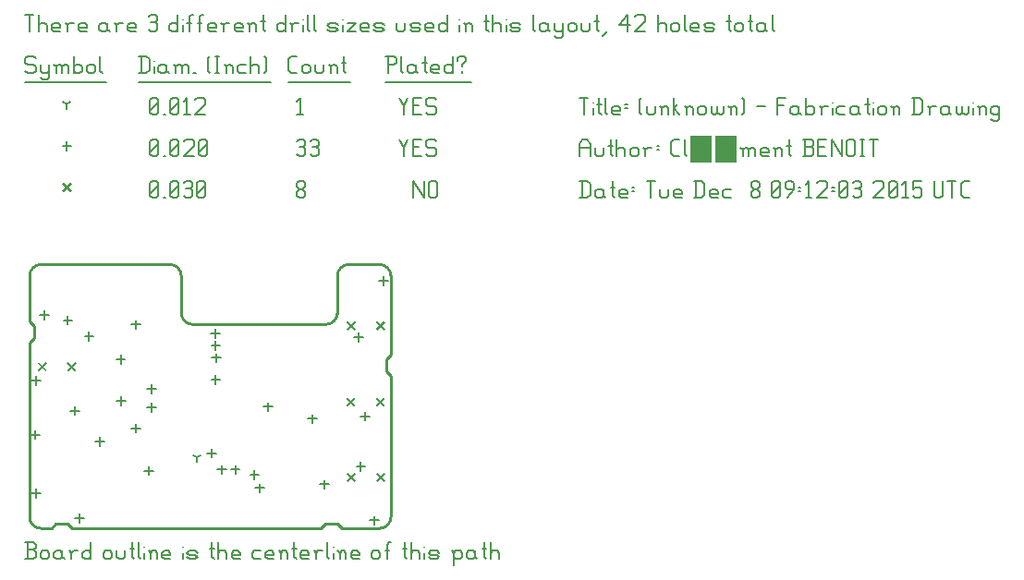
<source format=gbr>
G04 start of page 13 for group -3984 idx -3984 *
G04 Title: (unknown), fab *
G04 Creator: pcb 20140316 *
G04 CreationDate: Tue Dec  8 09:12:03 2015 UTC *
G04 For: clemi *
G04 Format: Gerber/RS-274X *
G04 PCB-Dimensions (mil): 1338.58 984.25 *
G04 PCB-Coordinate-Origin: lower left *
%MOIN*%
%FSLAX25Y25*%
%LNFAB*%
%ADD83C,0.0100*%
%ADD82C,0.0075*%
%ADD81C,0.0060*%
%ADD80C,0.0001*%
G54D80*G36*
X116359Y21766D02*X119325Y18800D01*
X118759Y18234D01*
X115793Y21200D01*
X116359Y21766D01*
G37*
G36*
X115793Y18800D02*X118759Y21766D01*
X119325Y21200D01*
X116359Y18234D01*
X115793Y18800D01*
G37*
G36*
X126989Y21766D02*X129955Y18800D01*
X129389Y18234D01*
X126423Y21200D01*
X126989Y21766D01*
G37*
G36*
X126423Y18800D02*X129389Y21766D01*
X129955Y21200D01*
X126989Y18234D01*
X126423Y18800D01*
G37*
G36*
X116359Y76569D02*X119325Y73603D01*
X118759Y73037D01*
X115793Y76003D01*
X116359Y76569D01*
G37*
G36*
X115793Y73603D02*X118759Y76569D01*
X119325Y76003D01*
X116359Y73037D01*
X115793Y73603D01*
G37*
G36*
X126989Y76569D02*X129955Y73603D01*
X129389Y73037D01*
X126423Y76003D01*
X126989Y76569D01*
G37*
G36*
X126423Y73603D02*X129389Y76569D01*
X129955Y76003D01*
X126989Y73037D01*
X126423Y73603D01*
G37*
G36*
X15611Y61726D02*X18577Y58761D01*
X18011Y58195D01*
X15045Y61161D01*
X15611Y61726D01*
G37*
G36*
X15045Y58761D02*X18011Y61726D01*
X18577Y61161D01*
X15611Y58195D01*
X15045Y58761D01*
G37*
G36*
X4981Y61726D02*X7947Y58761D01*
X7381Y58195D01*
X4415Y61161D01*
X4981Y61726D01*
G37*
G36*
X4415Y58761D02*X7381Y61726D01*
X7947Y61161D01*
X4981Y58195D01*
X4415Y58761D01*
G37*
G36*
X116320Y49010D02*X119285Y46044D01*
X118720Y45478D01*
X115754Y48444D01*
X116320Y49010D01*
G37*
G36*
X115754Y46044D02*X118720Y49010D01*
X119285Y48444D01*
X116320Y45478D01*
X115754Y46044D01*
G37*
G36*
X126950Y49010D02*X129915Y46044D01*
X129350Y45478D01*
X126384Y48444D01*
X126950Y49010D01*
G37*
G36*
X126384Y46044D02*X129350Y49010D01*
X129915Y48444D01*
X126950Y45478D01*
X126384Y46044D01*
G37*
G36*
X13800Y126441D02*X16766Y123475D01*
X16200Y122910D01*
X13234Y125875D01*
X13800Y126441D01*
G37*
G36*
X13234Y123475D02*X16200Y126441D01*
X16766Y125875D01*
X13800Y122910D01*
X13234Y123475D01*
G37*
G54D81*X140000Y126925D02*Y120925D01*
Y126925D02*X143750Y120925D01*
Y126925D02*Y120925D01*
X145550Y126175D02*Y121675D01*
Y126175D02*X146300Y126925D01*
X147800D01*
X148550Y126175D01*
Y121675D01*
X147800Y120925D02*X148550Y121675D01*
X146300Y120925D02*X147800D01*
X145550Y121675D02*X146300Y120925D01*
X98000Y121675D02*X98750Y120925D01*
X98000Y122875D02*Y121675D01*
Y122875D02*X99050Y123925D01*
X99950D01*
X101000Y122875D01*
Y121675D01*
X100250Y120925D02*X101000Y121675D01*
X98750Y120925D02*X100250D01*
X98000Y124975D02*X99050Y123925D01*
X98000Y126175D02*Y124975D01*
Y126175D02*X98750Y126925D01*
X100250D01*
X101000Y126175D01*
Y124975D01*
X99950Y123925D02*X101000Y124975D01*
X45000Y121675D02*X45750Y120925D01*
X45000Y126175D02*Y121675D01*
Y126175D02*X45750Y126925D01*
X47250D01*
X48000Y126175D01*
Y121675D01*
X47250Y120925D02*X48000Y121675D01*
X45750Y120925D02*X47250D01*
X45000Y122425D02*X48000Y125425D01*
X49800Y120925D02*X50550D01*
X52350Y121675D02*X53100Y120925D01*
X52350Y126175D02*Y121675D01*
Y126175D02*X53100Y126925D01*
X54600D01*
X55350Y126175D01*
Y121675D01*
X54600Y120925D02*X55350Y121675D01*
X53100Y120925D02*X54600D01*
X52350Y122425D02*X55350Y125425D01*
X57150Y126175D02*X57900Y126925D01*
X59400D01*
X60150Y126175D01*
X59400Y120925D02*X60150Y121675D01*
X57900Y120925D02*X59400D01*
X57150Y121675D02*X57900Y120925D01*
Y124225D02*X59400D01*
X60150Y126175D02*Y124975D01*
Y123475D02*Y121675D01*
Y123475D02*X59400Y124225D01*
X60150Y124975D02*X59400Y124225D01*
X61950Y121675D02*X62700Y120925D01*
X61950Y126175D02*Y121675D01*
Y126175D02*X62700Y126925D01*
X64200D01*
X64950Y126175D01*
Y121675D01*
X64200Y120925D02*X64950Y121675D01*
X62700Y120925D02*X64200D01*
X61950Y122425D02*X64950Y125425D01*
X84646Y17742D02*Y14542D01*
X83046Y16142D02*X86246D01*
X3543Y37033D02*Y33833D01*
X1943Y35433D02*X5143D01*
X3937Y15970D02*Y12770D01*
X2337Y14370D02*X5537D01*
X3937Y56521D02*Y53321D01*
X2337Y54921D02*X5537D01*
X39961Y76797D02*Y73597D01*
X38361Y75197D02*X41561D01*
X129331Y92545D02*Y89345D01*
X127731Y90945D02*X130931D01*
X87598Y47072D02*Y43872D01*
X85998Y45472D02*X89198D01*
X23031Y72466D02*Y69266D01*
X21431Y70866D02*X24631D01*
X34646Y49238D02*Y46038D01*
X33046Y47638D02*X36246D01*
X68504Y73647D02*Y70447D01*
X66904Y72047D02*X70104D01*
X68701Y69317D02*Y66117D01*
X67101Y67717D02*X70301D01*
X125984Y6128D02*Y2928D01*
X124384Y4528D02*X127584D01*
X17913Y45694D02*Y42494D01*
X16313Y44094D02*X19513D01*
X19488Y6915D02*Y3715D01*
X17888Y5315D02*X21088D01*
X6890Y80143D02*Y76943D01*
X5290Y78543D02*X8490D01*
X39961Y39395D02*Y36195D01*
X38361Y37795D02*X41561D01*
X68701Y56915D02*Y53715D01*
X67101Y55315D02*X70301D01*
X68898Y64789D02*Y61589D01*
X67298Y63189D02*X70498D01*
X67323Y30340D02*Y27140D01*
X65723Y28740D02*X68923D01*
X82677Y22466D02*Y19266D01*
X81077Y20866D02*X84277D01*
X15354Y78372D02*Y75172D01*
X13754Y76772D02*X16954D01*
X120276Y72269D02*Y69069D01*
X118676Y70669D02*X121876D01*
X45472Y53569D02*Y50369D01*
X43872Y51969D02*X47072D01*
X45472Y46876D02*Y43676D01*
X43872Y45276D02*X47072D01*
X34449Y64198D02*Y60998D01*
X32849Y62598D02*X36049D01*
X107874Y19120D02*Y15920D01*
X106274Y17520D02*X109474D01*
X103543Y42742D02*Y39542D01*
X101943Y41142D02*X105143D01*
X44488Y24041D02*Y20841D01*
X42888Y22441D02*X46088D01*
X70866Y24435D02*Y21235D01*
X69266Y22835D02*X72466D01*
X75787Y24435D02*Y21235D01*
X74187Y22835D02*X77387D01*
X26969Y34474D02*Y31274D01*
X25369Y32874D02*X28569D01*
X122638Y43726D02*Y40526D01*
X121038Y42126D02*X124238D01*
X121063Y25616D02*Y22416D01*
X119463Y24016D02*X122663D01*
X15000Y141275D02*Y138075D01*
X13400Y139675D02*X16600D01*
X135000Y141925D02*X136500Y138925D01*
X138000Y141925D01*
X136500Y138925D02*Y135925D01*
X139800Y139225D02*X142050D01*
X139800Y135925D02*X142800D01*
X139800Y141925D02*Y135925D01*
Y141925D02*X142800D01*
X147600D02*X148350Y141175D01*
X145350Y141925D02*X147600D01*
X144600Y141175D02*X145350Y141925D01*
X144600Y141175D02*Y139675D01*
X145350Y138925D01*
X147600D01*
X148350Y138175D01*
Y136675D01*
X147600Y135925D02*X148350Y136675D01*
X145350Y135925D02*X147600D01*
X144600Y136675D02*X145350Y135925D01*
X98000Y141175D02*X98750Y141925D01*
X100250D01*
X101000Y141175D01*
X100250Y135925D02*X101000Y136675D01*
X98750Y135925D02*X100250D01*
X98000Y136675D02*X98750Y135925D01*
Y139225D02*X100250D01*
X101000Y141175D02*Y139975D01*
Y138475D02*Y136675D01*
Y138475D02*X100250Y139225D01*
X101000Y139975D02*X100250Y139225D01*
X102800Y141175D02*X103550Y141925D01*
X105050D01*
X105800Y141175D01*
X105050Y135925D02*X105800Y136675D01*
X103550Y135925D02*X105050D01*
X102800Y136675D02*X103550Y135925D01*
Y139225D02*X105050D01*
X105800Y141175D02*Y139975D01*
Y138475D02*Y136675D01*
Y138475D02*X105050Y139225D01*
X105800Y139975D02*X105050Y139225D01*
X45000Y136675D02*X45750Y135925D01*
X45000Y141175D02*Y136675D01*
Y141175D02*X45750Y141925D01*
X47250D01*
X48000Y141175D01*
Y136675D01*
X47250Y135925D02*X48000Y136675D01*
X45750Y135925D02*X47250D01*
X45000Y137425D02*X48000Y140425D01*
X49800Y135925D02*X50550D01*
X52350Y136675D02*X53100Y135925D01*
X52350Y141175D02*Y136675D01*
Y141175D02*X53100Y141925D01*
X54600D01*
X55350Y141175D01*
Y136675D01*
X54600Y135925D02*X55350Y136675D01*
X53100Y135925D02*X54600D01*
X52350Y137425D02*X55350Y140425D01*
X57150Y141175D02*X57900Y141925D01*
X60150D01*
X60900Y141175D01*
Y139675D01*
X57150Y135925D02*X60900Y139675D01*
X57150Y135925D02*X60900D01*
X62700Y136675D02*X63450Y135925D01*
X62700Y141175D02*Y136675D01*
Y141175D02*X63450Y141925D01*
X64950D01*
X65700Y141175D01*
Y136675D01*
X64950Y135925D02*X65700Y136675D01*
X63450Y135925D02*X64950D01*
X62700Y137425D02*X65700Y140425D01*
X61811Y27165D02*Y25565D01*
Y27165D02*X63198Y27965D01*
X61811Y27165D02*X60424Y27965D01*
X15000Y154675D02*Y153075D01*
Y154675D02*X16387Y155475D01*
X15000Y154675D02*X13613Y155475D01*
X135000Y156925D02*X136500Y153925D01*
X138000Y156925D01*
X136500Y153925D02*Y150925D01*
X139800Y154225D02*X142050D01*
X139800Y150925D02*X142800D01*
X139800Y156925D02*Y150925D01*
Y156925D02*X142800D01*
X147600D02*X148350Y156175D01*
X145350Y156925D02*X147600D01*
X144600Y156175D02*X145350Y156925D01*
X144600Y156175D02*Y154675D01*
X145350Y153925D01*
X147600D01*
X148350Y153175D01*
Y151675D01*
X147600Y150925D02*X148350Y151675D01*
X145350Y150925D02*X147600D01*
X144600Y151675D02*X145350Y150925D01*
X98000Y155725D02*X99200Y156925D01*
Y150925D01*
X98000D02*X100250D01*
X45000Y151675D02*X45750Y150925D01*
X45000Y156175D02*Y151675D01*
Y156175D02*X45750Y156925D01*
X47250D01*
X48000Y156175D01*
Y151675D01*
X47250Y150925D02*X48000Y151675D01*
X45750Y150925D02*X47250D01*
X45000Y152425D02*X48000Y155425D01*
X49800Y150925D02*X50550D01*
X52350Y151675D02*X53100Y150925D01*
X52350Y156175D02*Y151675D01*
Y156175D02*X53100Y156925D01*
X54600D01*
X55350Y156175D01*
Y151675D01*
X54600Y150925D02*X55350Y151675D01*
X53100Y150925D02*X54600D01*
X52350Y152425D02*X55350Y155425D01*
X57150Y155725D02*X58350Y156925D01*
Y150925D01*
X57150D02*X59400D01*
X61200Y156175D02*X61950Y156925D01*
X64200D01*
X64950Y156175D01*
Y154675D01*
X61200Y150925D02*X64950Y154675D01*
X61200Y150925D02*X64950D01*
X3000Y171925D02*X3750Y171175D01*
X750Y171925D02*X3000D01*
X0Y171175D02*X750Y171925D01*
X0Y171175D02*Y169675D01*
X750Y168925D01*
X3000D01*
X3750Y168175D01*
Y166675D01*
X3000Y165925D02*X3750Y166675D01*
X750Y165925D02*X3000D01*
X0Y166675D02*X750Y165925D01*
X5550Y168925D02*Y166675D01*
X6300Y165925D01*
X8550Y168925D02*Y164425D01*
X7800Y163675D02*X8550Y164425D01*
X6300Y163675D02*X7800D01*
X5550Y164425D02*X6300Y163675D01*
Y165925D02*X7800D01*
X8550Y166675D01*
X11100Y168175D02*Y165925D01*
Y168175D02*X11850Y168925D01*
X12600D01*
X13350Y168175D01*
Y165925D01*
Y168175D02*X14100Y168925D01*
X14850D01*
X15600Y168175D01*
Y165925D01*
X10350Y168925D02*X11100Y168175D01*
X17400Y171925D02*Y165925D01*
Y166675D02*X18150Y165925D01*
X19650D01*
X20400Y166675D01*
Y168175D02*Y166675D01*
X19650Y168925D02*X20400Y168175D01*
X18150Y168925D02*X19650D01*
X17400Y168175D02*X18150Y168925D01*
X22200Y168175D02*Y166675D01*
Y168175D02*X22950Y168925D01*
X24450D01*
X25200Y168175D01*
Y166675D01*
X24450Y165925D02*X25200Y166675D01*
X22950Y165925D02*X24450D01*
X22200Y166675D02*X22950Y165925D01*
X27000Y171925D02*Y166675D01*
X27750Y165925D01*
X0Y162675D02*X29250D01*
X41750Y171925D02*Y165925D01*
X43700Y171925D02*X44750Y170875D01*
Y166975D01*
X43700Y165925D02*X44750Y166975D01*
X41000Y165925D02*X43700D01*
X41000Y171925D02*X43700D01*
G54D82*X46550Y170425D02*Y170275D01*
G54D81*Y168175D02*Y165925D01*
X50300Y168925D02*X51050Y168175D01*
X48800Y168925D02*X50300D01*
X48050Y168175D02*X48800Y168925D01*
X48050Y168175D02*Y166675D01*
X48800Y165925D01*
X51050Y168925D02*Y166675D01*
X51800Y165925D01*
X48800D02*X50300D01*
X51050Y166675D01*
X54350Y168175D02*Y165925D01*
Y168175D02*X55100Y168925D01*
X55850D01*
X56600Y168175D01*
Y165925D01*
Y168175D02*X57350Y168925D01*
X58100D01*
X58850Y168175D01*
Y165925D01*
X53600Y168925D02*X54350Y168175D01*
X60650Y165925D02*X61400D01*
X65900Y166675D02*X66650Y165925D01*
X65900Y171175D02*X66650Y171925D01*
X65900Y171175D02*Y166675D01*
X68450Y171925D02*X69950D01*
X69200D02*Y165925D01*
X68450D02*X69950D01*
X72500Y168175D02*Y165925D01*
Y168175D02*X73250Y168925D01*
X74000D01*
X74750Y168175D01*
Y165925D01*
X71750Y168925D02*X72500Y168175D01*
X77300Y168925D02*X79550D01*
X76550Y168175D02*X77300Y168925D01*
X76550Y168175D02*Y166675D01*
X77300Y165925D01*
X79550D01*
X81350Y171925D02*Y165925D01*
Y168175D02*X82100Y168925D01*
X83600D01*
X84350Y168175D01*
Y165925D01*
X86150Y171925D02*X86900Y171175D01*
Y166675D01*
X86150Y165925D02*X86900Y166675D01*
X41000Y162675D02*X88700D01*
X96050Y165925D02*X98000D01*
X95000Y166975D02*X96050Y165925D01*
X95000Y170875D02*Y166975D01*
Y170875D02*X96050Y171925D01*
X98000D01*
X99800Y168175D02*Y166675D01*
Y168175D02*X100550Y168925D01*
X102050D01*
X102800Y168175D01*
Y166675D01*
X102050Y165925D02*X102800Y166675D01*
X100550Y165925D02*X102050D01*
X99800Y166675D02*X100550Y165925D01*
X104600Y168925D02*Y166675D01*
X105350Y165925D01*
X106850D01*
X107600Y166675D01*
Y168925D02*Y166675D01*
X110150Y168175D02*Y165925D01*
Y168175D02*X110900Y168925D01*
X111650D01*
X112400Y168175D01*
Y165925D01*
X109400Y168925D02*X110150Y168175D01*
X114950Y171925D02*Y166675D01*
X115700Y165925D01*
X114200Y169675D02*X115700D01*
X95000Y162675D02*X117200D01*
X130750Y171925D02*Y165925D01*
X130000Y171925D02*X133000D01*
X133750Y171175D01*
Y169675D01*
X133000Y168925D02*X133750Y169675D01*
X130750Y168925D02*X133000D01*
X135550Y171925D02*Y166675D01*
X136300Y165925D01*
X140050Y168925D02*X140800Y168175D01*
X138550Y168925D02*X140050D01*
X137800Y168175D02*X138550Y168925D01*
X137800Y168175D02*Y166675D01*
X138550Y165925D01*
X140800Y168925D02*Y166675D01*
X141550Y165925D01*
X138550D02*X140050D01*
X140800Y166675D01*
X144100Y171925D02*Y166675D01*
X144850Y165925D01*
X143350Y169675D02*X144850D01*
X147100Y165925D02*X149350D01*
X146350Y166675D02*X147100Y165925D01*
X146350Y168175D02*Y166675D01*
Y168175D02*X147100Y168925D01*
X148600D01*
X149350Y168175D01*
X146350Y167425D02*X149350D01*
Y168175D02*Y167425D01*
X154150Y171925D02*Y165925D01*
X153400D02*X154150Y166675D01*
X151900Y165925D02*X153400D01*
X151150Y166675D02*X151900Y165925D01*
X151150Y168175D02*Y166675D01*
Y168175D02*X151900Y168925D01*
X153400D01*
X154150Y168175D01*
X157450Y168925D02*Y168175D01*
Y166675D02*Y165925D01*
X155950Y171175D02*Y170425D01*
Y171175D02*X156700Y171925D01*
X158200D01*
X158950Y171175D01*
Y170425D01*
X157450Y168925D02*X158950Y170425D01*
X130000Y162675D02*X160750D01*
X0Y186925D02*X3000D01*
X1500D02*Y180925D01*
X4800Y186925D02*Y180925D01*
Y183175D02*X5550Y183925D01*
X7050D01*
X7800Y183175D01*
Y180925D01*
X10350D02*X12600D01*
X9600Y181675D02*X10350Y180925D01*
X9600Y183175D02*Y181675D01*
Y183175D02*X10350Y183925D01*
X11850D01*
X12600Y183175D01*
X9600Y182425D02*X12600D01*
Y183175D02*Y182425D01*
X15150Y183175D02*Y180925D01*
Y183175D02*X15900Y183925D01*
X17400D01*
X14400D02*X15150Y183175D01*
X19950Y180925D02*X22200D01*
X19200Y181675D02*X19950Y180925D01*
X19200Y183175D02*Y181675D01*
Y183175D02*X19950Y183925D01*
X21450D01*
X22200Y183175D01*
X19200Y182425D02*X22200D01*
Y183175D02*Y182425D01*
X28950Y183925D02*X29700Y183175D01*
X27450Y183925D02*X28950D01*
X26700Y183175D02*X27450Y183925D01*
X26700Y183175D02*Y181675D01*
X27450Y180925D01*
X29700Y183925D02*Y181675D01*
X30450Y180925D01*
X27450D02*X28950D01*
X29700Y181675D01*
X33000Y183175D02*Y180925D01*
Y183175D02*X33750Y183925D01*
X35250D01*
X32250D02*X33000Y183175D01*
X37800Y180925D02*X40050D01*
X37050Y181675D02*X37800Y180925D01*
X37050Y183175D02*Y181675D01*
Y183175D02*X37800Y183925D01*
X39300D01*
X40050Y183175D01*
X37050Y182425D02*X40050D01*
Y183175D02*Y182425D01*
X44550Y186175D02*X45300Y186925D01*
X46800D01*
X47550Y186175D01*
X46800Y180925D02*X47550Y181675D01*
X45300Y180925D02*X46800D01*
X44550Y181675D02*X45300Y180925D01*
Y184225D02*X46800D01*
X47550Y186175D02*Y184975D01*
Y183475D02*Y181675D01*
Y183475D02*X46800Y184225D01*
X47550Y184975D02*X46800Y184225D01*
X55050Y186925D02*Y180925D01*
X54300D02*X55050Y181675D01*
X52800Y180925D02*X54300D01*
X52050Y181675D02*X52800Y180925D01*
X52050Y183175D02*Y181675D01*
Y183175D02*X52800Y183925D01*
X54300D01*
X55050Y183175D01*
G54D82*X56850Y185425D02*Y185275D01*
G54D81*Y183175D02*Y180925D01*
X59100Y186175D02*Y180925D01*
Y186175D02*X59850Y186925D01*
X60600D01*
X58350Y183925D02*X59850D01*
X62850Y186175D02*Y180925D01*
Y186175D02*X63600Y186925D01*
X64350D01*
X62100Y183925D02*X63600D01*
X66600Y180925D02*X68850D01*
X65850Y181675D02*X66600Y180925D01*
X65850Y183175D02*Y181675D01*
Y183175D02*X66600Y183925D01*
X68100D01*
X68850Y183175D01*
X65850Y182425D02*X68850D01*
Y183175D02*Y182425D01*
X71400Y183175D02*Y180925D01*
Y183175D02*X72150Y183925D01*
X73650D01*
X70650D02*X71400Y183175D01*
X76200Y180925D02*X78450D01*
X75450Y181675D02*X76200Y180925D01*
X75450Y183175D02*Y181675D01*
Y183175D02*X76200Y183925D01*
X77700D01*
X78450Y183175D01*
X75450Y182425D02*X78450D01*
Y183175D02*Y182425D01*
X81000Y183175D02*Y180925D01*
Y183175D02*X81750Y183925D01*
X82500D01*
X83250Y183175D01*
Y180925D01*
X80250Y183925D02*X81000Y183175D01*
X85800Y186925D02*Y181675D01*
X86550Y180925D01*
X85050Y184675D02*X86550D01*
X93750Y186925D02*Y180925D01*
X93000D02*X93750Y181675D01*
X91500Y180925D02*X93000D01*
X90750Y181675D02*X91500Y180925D01*
X90750Y183175D02*Y181675D01*
Y183175D02*X91500Y183925D01*
X93000D01*
X93750Y183175D01*
X96300D02*Y180925D01*
Y183175D02*X97050Y183925D01*
X98550D01*
X95550D02*X96300Y183175D01*
G54D82*X100350Y185425D02*Y185275D01*
G54D81*Y183175D02*Y180925D01*
X101850Y186925D02*Y181675D01*
X102600Y180925D01*
X104100Y186925D02*Y181675D01*
X104850Y180925D01*
X109800D02*X112050D01*
X112800Y181675D01*
X112050Y182425D02*X112800Y181675D01*
X109800Y182425D02*X112050D01*
X109050Y183175D02*X109800Y182425D01*
X109050Y183175D02*X109800Y183925D01*
X112050D01*
X112800Y183175D01*
X109050Y181675D02*X109800Y180925D01*
G54D82*X114600Y185425D02*Y185275D01*
G54D81*Y183175D02*Y180925D01*
X116100Y183925D02*X119100D01*
X116100Y180925D02*X119100Y183925D01*
X116100Y180925D02*X119100D01*
X121650D02*X123900D01*
X120900Y181675D02*X121650Y180925D01*
X120900Y183175D02*Y181675D01*
Y183175D02*X121650Y183925D01*
X123150D01*
X123900Y183175D01*
X120900Y182425D02*X123900D01*
Y183175D02*Y182425D01*
X126450Y180925D02*X128700D01*
X129450Y181675D01*
X128700Y182425D02*X129450Y181675D01*
X126450Y182425D02*X128700D01*
X125700Y183175D02*X126450Y182425D01*
X125700Y183175D02*X126450Y183925D01*
X128700D01*
X129450Y183175D01*
X125700Y181675D02*X126450Y180925D01*
X133950Y183925D02*Y181675D01*
X134700Y180925D01*
X136200D01*
X136950Y181675D01*
Y183925D02*Y181675D01*
X139500Y180925D02*X141750D01*
X142500Y181675D01*
X141750Y182425D02*X142500Y181675D01*
X139500Y182425D02*X141750D01*
X138750Y183175D02*X139500Y182425D01*
X138750Y183175D02*X139500Y183925D01*
X141750D01*
X142500Y183175D01*
X138750Y181675D02*X139500Y180925D01*
X145050D02*X147300D01*
X144300Y181675D02*X145050Y180925D01*
X144300Y183175D02*Y181675D01*
Y183175D02*X145050Y183925D01*
X146550D01*
X147300Y183175D01*
X144300Y182425D02*X147300D01*
Y183175D02*Y182425D01*
X152100Y186925D02*Y180925D01*
X151350D02*X152100Y181675D01*
X149850Y180925D02*X151350D01*
X149100Y181675D02*X149850Y180925D01*
X149100Y183175D02*Y181675D01*
Y183175D02*X149850Y183925D01*
X151350D01*
X152100Y183175D01*
G54D82*X156600Y185425D02*Y185275D01*
G54D81*Y183175D02*Y180925D01*
X158850Y183175D02*Y180925D01*
Y183175D02*X159600Y183925D01*
X160350D01*
X161100Y183175D01*
Y180925D01*
X158100Y183925D02*X158850Y183175D01*
X166350Y186925D02*Y181675D01*
X167100Y180925D01*
X165600Y184675D02*X167100D01*
X168600Y186925D02*Y180925D01*
Y183175D02*X169350Y183925D01*
X170850D01*
X171600Y183175D01*
Y180925D01*
G54D82*X173400Y185425D02*Y185275D01*
G54D81*Y183175D02*Y180925D01*
X175650D02*X177900D01*
X178650Y181675D01*
X177900Y182425D02*X178650Y181675D01*
X175650Y182425D02*X177900D01*
X174900Y183175D02*X175650Y182425D01*
X174900Y183175D02*X175650Y183925D01*
X177900D01*
X178650Y183175D01*
X174900Y181675D02*X175650Y180925D01*
X183150Y186925D02*Y181675D01*
X183900Y180925D01*
X187650Y183925D02*X188400Y183175D01*
X186150Y183925D02*X187650D01*
X185400Y183175D02*X186150Y183925D01*
X185400Y183175D02*Y181675D01*
X186150Y180925D01*
X188400Y183925D02*Y181675D01*
X189150Y180925D01*
X186150D02*X187650D01*
X188400Y181675D01*
X190950Y183925D02*Y181675D01*
X191700Y180925D01*
X193950Y183925D02*Y179425D01*
X193200Y178675D02*X193950Y179425D01*
X191700Y178675D02*X193200D01*
X190950Y179425D02*X191700Y178675D01*
Y180925D02*X193200D01*
X193950Y181675D01*
X195750Y183175D02*Y181675D01*
Y183175D02*X196500Y183925D01*
X198000D01*
X198750Y183175D01*
Y181675D01*
X198000Y180925D02*X198750Y181675D01*
X196500Y180925D02*X198000D01*
X195750Y181675D02*X196500Y180925D01*
X200550Y183925D02*Y181675D01*
X201300Y180925D01*
X202800D01*
X203550Y181675D01*
Y183925D02*Y181675D01*
X206100Y186925D02*Y181675D01*
X206850Y180925D01*
X205350Y184675D02*X206850D01*
X208350Y179425D02*X209850Y180925D01*
X214350Y183175D02*X217350Y186925D01*
X214350Y183175D02*X218100D01*
X217350Y186925D02*Y180925D01*
X219900Y186175D02*X220650Y186925D01*
X222900D01*
X223650Y186175D01*
Y184675D01*
X219900Y180925D02*X223650Y184675D01*
X219900Y180925D02*X223650D01*
X228150Y186925D02*Y180925D01*
Y183175D02*X228900Y183925D01*
X230400D01*
X231150Y183175D01*
Y180925D01*
X232950Y183175D02*Y181675D01*
Y183175D02*X233700Y183925D01*
X235200D01*
X235950Y183175D01*
Y181675D01*
X235200Y180925D02*X235950Y181675D01*
X233700Y180925D02*X235200D01*
X232950Y181675D02*X233700Y180925D01*
X237750Y186925D02*Y181675D01*
X238500Y180925D01*
X240750D02*X243000D01*
X240000Y181675D02*X240750Y180925D01*
X240000Y183175D02*Y181675D01*
Y183175D02*X240750Y183925D01*
X242250D01*
X243000Y183175D01*
X240000Y182425D02*X243000D01*
Y183175D02*Y182425D01*
X245550Y180925D02*X247800D01*
X248550Y181675D01*
X247800Y182425D02*X248550Y181675D01*
X245550Y182425D02*X247800D01*
X244800Y183175D02*X245550Y182425D01*
X244800Y183175D02*X245550Y183925D01*
X247800D01*
X248550Y183175D01*
X244800Y181675D02*X245550Y180925D01*
X253800Y186925D02*Y181675D01*
X254550Y180925D01*
X253050Y184675D02*X254550D01*
X256050Y183175D02*Y181675D01*
Y183175D02*X256800Y183925D01*
X258300D01*
X259050Y183175D01*
Y181675D01*
X258300Y180925D02*X259050Y181675D01*
X256800Y180925D02*X258300D01*
X256050Y181675D02*X256800Y180925D01*
X261600Y186925D02*Y181675D01*
X262350Y180925D01*
X260850Y184675D02*X262350D01*
X266100Y183925D02*X266850Y183175D01*
X264600Y183925D02*X266100D01*
X263850Y183175D02*X264600Y183925D01*
X263850Y183175D02*Y181675D01*
X264600Y180925D01*
X266850Y183925D02*Y181675D01*
X267600Y180925D01*
X264600D02*X266100D01*
X266850Y181675D01*
X269400Y186925D02*Y181675D01*
X270150Y180925D01*
G54D83*X112598Y92717D02*Y78937D01*
X56299Y92717D02*Y78937D01*
X127756Y96850D02*X116732D01*
X5709D02*X52165D01*
X131890Y56693D02*Y5906D01*
X106496Y1575D02*X16929D01*
X60236Y75197D02*X108661D01*
X1575Y68701D02*Y5709D01*
X5709Y1575D02*X9449D01*
X11024Y3150D01*
X15354D01*
X16929Y1575D01*
X1575Y76181D02*X3150Y74606D01*
Y70276D01*
X1575Y68701D01*
Y92717D02*Y76181D01*
X131890Y56693D02*X130315Y58268D01*
Y62598D02*Y58268D01*
Y62598D02*X131890Y64173D01*
Y92913D01*
X106693Y1575D02*X108268Y3150D01*
X112598D01*
X114173Y1575D01*
X127953D02*X114173D01*
X116732Y96850D02*G75*G03X112598Y92717I0J-4134D01*G01*
X56299Y92717D02*G75*G03X52165Y96850I-4134J0D01*G01*
X131890Y92717D02*G75*G03X127756Y96850I-4134J0D01*G01*
X5709D02*G75*G03X1575Y92717I0J-4134D01*G01*
X127756Y1575D02*G75*G03X131890Y5709I0J4134D01*G01*
X108465Y75197D02*G75*G03X112598Y79331I0J4134D01*G01*
X56299D02*G75*G03X60433Y75197I4134J0D01*G01*
X1575Y5709D02*G75*G03X5709Y1575I4134J0D01*G01*
G54D81*X0Y-9500D02*X3000D01*
X3750Y-8750D01*
Y-6950D02*Y-8750D01*
X3000Y-6200D02*X3750Y-6950D01*
X750Y-6200D02*X3000D01*
X750Y-3500D02*Y-9500D01*
X0Y-3500D02*X3000D01*
X3750Y-4250D01*
Y-5450D01*
X3000Y-6200D02*X3750Y-5450D01*
X5550Y-7250D02*Y-8750D01*
Y-7250D02*X6300Y-6500D01*
X7800D01*
X8550Y-7250D01*
Y-8750D01*
X7800Y-9500D02*X8550Y-8750D01*
X6300Y-9500D02*X7800D01*
X5550Y-8750D02*X6300Y-9500D01*
X12600Y-6500D02*X13350Y-7250D01*
X11100Y-6500D02*X12600D01*
X10350Y-7250D02*X11100Y-6500D01*
X10350Y-7250D02*Y-8750D01*
X11100Y-9500D01*
X13350Y-6500D02*Y-8750D01*
X14100Y-9500D01*
X11100D02*X12600D01*
X13350Y-8750D01*
X16650Y-7250D02*Y-9500D01*
Y-7250D02*X17400Y-6500D01*
X18900D01*
X15900D02*X16650Y-7250D01*
X23700Y-3500D02*Y-9500D01*
X22950D02*X23700Y-8750D01*
X21450Y-9500D02*X22950D01*
X20700Y-8750D02*X21450Y-9500D01*
X20700Y-7250D02*Y-8750D01*
Y-7250D02*X21450Y-6500D01*
X22950D01*
X23700Y-7250D01*
X28200D02*Y-8750D01*
Y-7250D02*X28950Y-6500D01*
X30450D01*
X31200Y-7250D01*
Y-8750D01*
X30450Y-9500D02*X31200Y-8750D01*
X28950Y-9500D02*X30450D01*
X28200Y-8750D02*X28950Y-9500D01*
X33000Y-6500D02*Y-8750D01*
X33750Y-9500D01*
X35250D01*
X36000Y-8750D01*
Y-6500D02*Y-8750D01*
X38550Y-3500D02*Y-8750D01*
X39300Y-9500D01*
X37800Y-5750D02*X39300D01*
X40800Y-3500D02*Y-8750D01*
X41550Y-9500D01*
G54D82*X43050Y-5000D02*Y-5150D01*
G54D81*Y-7250D02*Y-9500D01*
X45300Y-7250D02*Y-9500D01*
Y-7250D02*X46050Y-6500D01*
X46800D01*
X47550Y-7250D01*
Y-9500D01*
X44550Y-6500D02*X45300Y-7250D01*
X50100Y-9500D02*X52350D01*
X49350Y-8750D02*X50100Y-9500D01*
X49350Y-7250D02*Y-8750D01*
Y-7250D02*X50100Y-6500D01*
X51600D01*
X52350Y-7250D01*
X49350Y-8000D02*X52350D01*
Y-7250D02*Y-8000D01*
G54D82*X56850Y-5000D02*Y-5150D01*
G54D81*Y-7250D02*Y-9500D01*
X59100D02*X61350D01*
X62100Y-8750D01*
X61350Y-8000D02*X62100Y-8750D01*
X59100Y-8000D02*X61350D01*
X58350Y-7250D02*X59100Y-8000D01*
X58350Y-7250D02*X59100Y-6500D01*
X61350D01*
X62100Y-7250D01*
X58350Y-8750D02*X59100Y-9500D01*
X67350Y-3500D02*Y-8750D01*
X68100Y-9500D01*
X66600Y-5750D02*X68100D01*
X69600Y-3500D02*Y-9500D01*
Y-7250D02*X70350Y-6500D01*
X71850D01*
X72600Y-7250D01*
Y-9500D01*
X75150D02*X77400D01*
X74400Y-8750D02*X75150Y-9500D01*
X74400Y-7250D02*Y-8750D01*
Y-7250D02*X75150Y-6500D01*
X76650D01*
X77400Y-7250D01*
X74400Y-8000D02*X77400D01*
Y-7250D02*Y-8000D01*
X82650Y-6500D02*X84900D01*
X81900Y-7250D02*X82650Y-6500D01*
X81900Y-7250D02*Y-8750D01*
X82650Y-9500D01*
X84900D01*
X87450D02*X89700D01*
X86700Y-8750D02*X87450Y-9500D01*
X86700Y-7250D02*Y-8750D01*
Y-7250D02*X87450Y-6500D01*
X88950D01*
X89700Y-7250D01*
X86700Y-8000D02*X89700D01*
Y-7250D02*Y-8000D01*
X92250Y-7250D02*Y-9500D01*
Y-7250D02*X93000Y-6500D01*
X93750D01*
X94500Y-7250D01*
Y-9500D01*
X91500Y-6500D02*X92250Y-7250D01*
X97050Y-3500D02*Y-8750D01*
X97800Y-9500D01*
X96300Y-5750D02*X97800D01*
X100050Y-9500D02*X102300D01*
X99300Y-8750D02*X100050Y-9500D01*
X99300Y-7250D02*Y-8750D01*
Y-7250D02*X100050Y-6500D01*
X101550D01*
X102300Y-7250D01*
X99300Y-8000D02*X102300D01*
Y-7250D02*Y-8000D01*
X104850Y-7250D02*Y-9500D01*
Y-7250D02*X105600Y-6500D01*
X107100D01*
X104100D02*X104850Y-7250D01*
X108900Y-3500D02*Y-8750D01*
X109650Y-9500D01*
G54D82*X111150Y-5000D02*Y-5150D01*
G54D81*Y-7250D02*Y-9500D01*
X113400Y-7250D02*Y-9500D01*
Y-7250D02*X114150Y-6500D01*
X114900D01*
X115650Y-7250D01*
Y-9500D01*
X112650Y-6500D02*X113400Y-7250D01*
X118200Y-9500D02*X120450D01*
X117450Y-8750D02*X118200Y-9500D01*
X117450Y-7250D02*Y-8750D01*
Y-7250D02*X118200Y-6500D01*
X119700D01*
X120450Y-7250D01*
X117450Y-8000D02*X120450D01*
Y-7250D02*Y-8000D01*
X124950Y-7250D02*Y-8750D01*
Y-7250D02*X125700Y-6500D01*
X127200D01*
X127950Y-7250D01*
Y-8750D01*
X127200Y-9500D02*X127950Y-8750D01*
X125700Y-9500D02*X127200D01*
X124950Y-8750D02*X125700Y-9500D01*
X130500Y-4250D02*Y-9500D01*
Y-4250D02*X131250Y-3500D01*
X132000D01*
X129750Y-6500D02*X131250D01*
X136950Y-3500D02*Y-8750D01*
X137700Y-9500D01*
X136200Y-5750D02*X137700D01*
X139200Y-3500D02*Y-9500D01*
Y-7250D02*X139950Y-6500D01*
X141450D01*
X142200Y-7250D01*
Y-9500D01*
G54D82*X144000Y-5000D02*Y-5150D01*
G54D81*Y-7250D02*Y-9500D01*
X146250D02*X148500D01*
X149250Y-8750D01*
X148500Y-8000D02*X149250Y-8750D01*
X146250Y-8000D02*X148500D01*
X145500Y-7250D02*X146250Y-8000D01*
X145500Y-7250D02*X146250Y-6500D01*
X148500D01*
X149250Y-7250D01*
X145500Y-8750D02*X146250Y-9500D01*
X154500Y-7250D02*Y-11750D01*
X153750Y-6500D02*X154500Y-7250D01*
X155250Y-6500D01*
X156750D01*
X157500Y-7250D01*
Y-8750D01*
X156750Y-9500D02*X157500Y-8750D01*
X155250Y-9500D02*X156750D01*
X154500Y-8750D02*X155250Y-9500D01*
X161550Y-6500D02*X162300Y-7250D01*
X160050Y-6500D02*X161550D01*
X159300Y-7250D02*X160050Y-6500D01*
X159300Y-7250D02*Y-8750D01*
X160050Y-9500D01*
X162300Y-6500D02*Y-8750D01*
X163050Y-9500D01*
X160050D02*X161550D01*
X162300Y-8750D01*
X165600Y-3500D02*Y-8750D01*
X166350Y-9500D01*
X164850Y-5750D02*X166350D01*
X167850Y-3500D02*Y-9500D01*
Y-7250D02*X168600Y-6500D01*
X170100D01*
X170850Y-7250D01*
Y-9500D01*
X200750Y126925D02*Y120925D01*
X202700Y126925D02*X203750Y125875D01*
Y121975D01*
X202700Y120925D02*X203750Y121975D01*
X200000Y120925D02*X202700D01*
X200000Y126925D02*X202700D01*
X207800Y123925D02*X208550Y123175D01*
X206300Y123925D02*X207800D01*
X205550Y123175D02*X206300Y123925D01*
X205550Y123175D02*Y121675D01*
X206300Y120925D01*
X208550Y123925D02*Y121675D01*
X209300Y120925D01*
X206300D02*X207800D01*
X208550Y121675D01*
X211850Y126925D02*Y121675D01*
X212600Y120925D01*
X211100Y124675D02*X212600D01*
X214850Y120925D02*X217100D01*
X214100Y121675D02*X214850Y120925D01*
X214100Y123175D02*Y121675D01*
Y123175D02*X214850Y123925D01*
X216350D01*
X217100Y123175D01*
X214100Y122425D02*X217100D01*
Y123175D02*Y122425D01*
X218900Y124675D02*X219650D01*
X218900Y123175D02*X219650D01*
X224150Y126925D02*X227150D01*
X225650D02*Y120925D01*
X228950Y123925D02*Y121675D01*
X229700Y120925D01*
X231200D01*
X231950Y121675D01*
Y123925D02*Y121675D01*
X234500Y120925D02*X236750D01*
X233750Y121675D02*X234500Y120925D01*
X233750Y123175D02*Y121675D01*
Y123175D02*X234500Y123925D01*
X236000D01*
X236750Y123175D01*
X233750Y122425D02*X236750D01*
Y123175D02*Y122425D01*
X242000Y126925D02*Y120925D01*
X243950Y126925D02*X245000Y125875D01*
Y121975D01*
X243950Y120925D02*X245000Y121975D01*
X241250Y120925D02*X243950D01*
X241250Y126925D02*X243950D01*
X247550Y120925D02*X249800D01*
X246800Y121675D02*X247550Y120925D01*
X246800Y123175D02*Y121675D01*
Y123175D02*X247550Y123925D01*
X249050D01*
X249800Y123175D01*
X246800Y122425D02*X249800D01*
Y123175D02*Y122425D01*
X252350Y123925D02*X254600D01*
X251600Y123175D02*X252350Y123925D01*
X251600Y123175D02*Y121675D01*
X252350Y120925D01*
X254600D01*
X261800Y121675D02*X262550Y120925D01*
X261800Y122875D02*Y121675D01*
Y122875D02*X262850Y123925D01*
X263750D01*
X264800Y122875D01*
Y121675D01*
X264050Y120925D02*X264800Y121675D01*
X262550Y120925D02*X264050D01*
X261800Y124975D02*X262850Y123925D01*
X261800Y126175D02*Y124975D01*
Y126175D02*X262550Y126925D01*
X264050D01*
X264800Y126175D01*
Y124975D01*
X263750Y123925D02*X264800Y124975D01*
X269300Y121675D02*X270050Y120925D01*
X269300Y126175D02*Y121675D01*
Y126175D02*X270050Y126925D01*
X271550D01*
X272300Y126175D01*
Y121675D01*
X271550Y120925D02*X272300Y121675D01*
X270050Y120925D02*X271550D01*
X269300Y122425D02*X272300Y125425D01*
X274850Y120925D02*X277100Y123925D01*
Y126175D02*Y123925D01*
X276350Y126925D02*X277100Y126175D01*
X274850Y126925D02*X276350D01*
X274100Y126175D02*X274850Y126925D01*
X274100Y126175D02*Y124675D01*
X274850Y123925D01*
X277100D01*
X278900Y124675D02*X279650D01*
X278900Y123175D02*X279650D01*
X281450Y125725D02*X282650Y126925D01*
Y120925D01*
X281450D02*X283700D01*
X285500Y126175D02*X286250Y126925D01*
X288500D01*
X289250Y126175D01*
Y124675D01*
X285500Y120925D02*X289250Y124675D01*
X285500Y120925D02*X289250D01*
X291050Y124675D02*X291800D01*
X291050Y123175D02*X291800D01*
X293600Y121675D02*X294350Y120925D01*
X293600Y126175D02*Y121675D01*
Y126175D02*X294350Y126925D01*
X295850D01*
X296600Y126175D01*
Y121675D01*
X295850Y120925D02*X296600Y121675D01*
X294350Y120925D02*X295850D01*
X293600Y122425D02*X296600Y125425D01*
X298400Y126175D02*X299150Y126925D01*
X300650D01*
X301400Y126175D01*
X300650Y120925D02*X301400Y121675D01*
X299150Y120925D02*X300650D01*
X298400Y121675D02*X299150Y120925D01*
Y124225D02*X300650D01*
X301400Y126175D02*Y124975D01*
Y123475D02*Y121675D01*
Y123475D02*X300650Y124225D01*
X301400Y124975D02*X300650Y124225D01*
X305900Y126175D02*X306650Y126925D01*
X308900D01*
X309650Y126175D01*
Y124675D01*
X305900Y120925D02*X309650Y124675D01*
X305900Y120925D02*X309650D01*
X311450Y121675D02*X312200Y120925D01*
X311450Y126175D02*Y121675D01*
Y126175D02*X312200Y126925D01*
X313700D01*
X314450Y126175D01*
Y121675D01*
X313700Y120925D02*X314450Y121675D01*
X312200Y120925D02*X313700D01*
X311450Y122425D02*X314450Y125425D01*
X316250Y125725D02*X317450Y126925D01*
Y120925D01*
X316250D02*X318500D01*
X320300Y126925D02*X323300D01*
X320300D02*Y123925D01*
X321050Y124675D01*
X322550D01*
X323300Y123925D01*
Y121675D01*
X322550Y120925D02*X323300Y121675D01*
X321050Y120925D02*X322550D01*
X320300Y121675D02*X321050Y120925D01*
X327800Y126925D02*Y121675D01*
X328550Y120925D01*
X330050D01*
X330800Y121675D01*
Y126925D02*Y121675D01*
X332600Y126925D02*X335600D01*
X334100D02*Y120925D01*
X338450D02*X340400D01*
X337400Y121975D02*X338450Y120925D01*
X337400Y125875D02*Y121975D01*
Y125875D02*X338450Y126925D01*
X340400D01*
X200000Y140425D02*Y135925D01*
Y140425D02*X201050Y141925D01*
X202700D01*
X203750Y140425D01*
Y135925D01*
X200000Y138925D02*X203750D01*
X205550D02*Y136675D01*
X206300Y135925D01*
X207800D01*
X208550Y136675D01*
Y138925D02*Y136675D01*
X211100Y141925D02*Y136675D01*
X211850Y135925D01*
X210350Y139675D02*X211850D01*
X213350Y141925D02*Y135925D01*
Y138175D02*X214100Y138925D01*
X215600D01*
X216350Y138175D01*
Y135925D01*
X218150Y138175D02*Y136675D01*
Y138175D02*X218900Y138925D01*
X220400D01*
X221150Y138175D01*
Y136675D01*
X220400Y135925D02*X221150Y136675D01*
X218900Y135925D02*X220400D01*
X218150Y136675D02*X218900Y135925D01*
X223700Y138175D02*Y135925D01*
Y138175D02*X224450Y138925D01*
X225950D01*
X222950D02*X223700Y138175D01*
X227750Y139675D02*X228500D01*
X227750Y138175D02*X228500D01*
X234050Y135925D02*X236000D01*
X233000Y136975D02*X234050Y135925D01*
X233000Y140875D02*Y136975D01*
Y140875D02*X234050Y141925D01*
X236000D01*
X237800D02*Y136675D01*
X238550Y135925D01*
G54D80*G36*
X240050Y143425D02*Y133675D01*
X247550D01*
Y143425D01*
X240050D01*
G37*
G36*
X249050D02*Y133675D01*
X256550D01*
Y143425D01*
X249050D01*
G37*
G54D81*X258800Y138175D02*Y135925D01*
Y138175D02*X259550Y138925D01*
X260300D01*
X261050Y138175D01*
Y135925D01*
Y138175D02*X261800Y138925D01*
X262550D01*
X263300Y138175D01*
Y135925D01*
X258050Y138925D02*X258800Y138175D01*
X265850Y135925D02*X268100D01*
X265100Y136675D02*X265850Y135925D01*
X265100Y138175D02*Y136675D01*
Y138175D02*X265850Y138925D01*
X267350D01*
X268100Y138175D01*
X265100Y137425D02*X268100D01*
Y138175D02*Y137425D01*
X270650Y138175D02*Y135925D01*
Y138175D02*X271400Y138925D01*
X272150D01*
X272900Y138175D01*
Y135925D01*
X269900Y138925D02*X270650Y138175D01*
X275450Y141925D02*Y136675D01*
X276200Y135925D01*
X274700Y139675D02*X276200D01*
X280400Y135925D02*X283400D01*
X284150Y136675D01*
Y138475D02*Y136675D01*
X283400Y139225D02*X284150Y138475D01*
X281150Y139225D02*X283400D01*
X281150Y141925D02*Y135925D01*
X280400Y141925D02*X283400D01*
X284150Y141175D01*
Y139975D01*
X283400Y139225D02*X284150Y139975D01*
X285950Y139225D02*X288200D01*
X285950Y135925D02*X288950D01*
X285950Y141925D02*Y135925D01*
Y141925D02*X288950D01*
X290750D02*Y135925D01*
Y141925D02*X294500Y135925D01*
Y141925D02*Y135925D01*
X296300Y141175D02*Y136675D01*
Y141175D02*X297050Y141925D01*
X298550D01*
X299300Y141175D01*
Y136675D01*
X298550Y135925D02*X299300Y136675D01*
X297050Y135925D02*X298550D01*
X296300Y136675D02*X297050Y135925D01*
X301100Y141925D02*X302600D01*
X301850D02*Y135925D01*
X301100D02*X302600D01*
X304400Y141925D02*X307400D01*
X305900D02*Y135925D01*
X200000Y156925D02*X203000D01*
X201500D02*Y150925D01*
G54D82*X204800Y155425D02*Y155275D01*
G54D81*Y153175D02*Y150925D01*
X207050Y156925D02*Y151675D01*
X207800Y150925D01*
X206300Y154675D02*X207800D01*
X209300Y156925D02*Y151675D01*
X210050Y150925D01*
X212300D02*X214550D01*
X211550Y151675D02*X212300Y150925D01*
X211550Y153175D02*Y151675D01*
Y153175D02*X212300Y153925D01*
X213800D01*
X214550Y153175D01*
X211550Y152425D02*X214550D01*
Y153175D02*Y152425D01*
X216350Y154675D02*X217100D01*
X216350Y153175D02*X217100D01*
X221600Y151675D02*X222350Y150925D01*
X221600Y156175D02*X222350Y156925D01*
X221600Y156175D02*Y151675D01*
X224150Y153925D02*Y151675D01*
X224900Y150925D01*
X226400D01*
X227150Y151675D01*
Y153925D02*Y151675D01*
X229700Y153175D02*Y150925D01*
Y153175D02*X230450Y153925D01*
X231200D01*
X231950Y153175D01*
Y150925D01*
X228950Y153925D02*X229700Y153175D01*
X233750Y156925D02*Y150925D01*
Y153175D02*X236000Y150925D01*
X233750Y153175D02*X235250Y154675D01*
X238550Y153175D02*Y150925D01*
Y153175D02*X239300Y153925D01*
X240050D01*
X240800Y153175D01*
Y150925D01*
X237800Y153925D02*X238550Y153175D01*
X242600D02*Y151675D01*
Y153175D02*X243350Y153925D01*
X244850D01*
X245600Y153175D01*
Y151675D01*
X244850Y150925D02*X245600Y151675D01*
X243350Y150925D02*X244850D01*
X242600Y151675D02*X243350Y150925D01*
X247400Y153925D02*Y151675D01*
X248150Y150925D01*
X248900D01*
X249650Y151675D01*
Y153925D02*Y151675D01*
X250400Y150925D01*
X251150D01*
X251900Y151675D01*
Y153925D02*Y151675D01*
X254450Y153175D02*Y150925D01*
Y153175D02*X255200Y153925D01*
X255950D01*
X256700Y153175D01*
Y150925D01*
X253700Y153925D02*X254450Y153175D01*
X258500Y156925D02*X259250Y156175D01*
Y151675D01*
X258500Y150925D02*X259250Y151675D01*
X263750Y153925D02*X266750D01*
X271250Y156925D02*Y150925D01*
Y156925D02*X274250D01*
X271250Y154225D02*X273500D01*
X278300Y153925D02*X279050Y153175D01*
X276800Y153925D02*X278300D01*
X276050Y153175D02*X276800Y153925D01*
X276050Y153175D02*Y151675D01*
X276800Y150925D01*
X279050Y153925D02*Y151675D01*
X279800Y150925D01*
X276800D02*X278300D01*
X279050Y151675D01*
X281600Y156925D02*Y150925D01*
Y151675D02*X282350Y150925D01*
X283850D01*
X284600Y151675D01*
Y153175D02*Y151675D01*
X283850Y153925D02*X284600Y153175D01*
X282350Y153925D02*X283850D01*
X281600Y153175D02*X282350Y153925D01*
X287150Y153175D02*Y150925D01*
Y153175D02*X287900Y153925D01*
X289400D01*
X286400D02*X287150Y153175D01*
G54D82*X291200Y155425D02*Y155275D01*
G54D81*Y153175D02*Y150925D01*
X293450Y153925D02*X295700D01*
X292700Y153175D02*X293450Y153925D01*
X292700Y153175D02*Y151675D01*
X293450Y150925D01*
X295700D01*
X299750Y153925D02*X300500Y153175D01*
X298250Y153925D02*X299750D01*
X297500Y153175D02*X298250Y153925D01*
X297500Y153175D02*Y151675D01*
X298250Y150925D01*
X300500Y153925D02*Y151675D01*
X301250Y150925D01*
X298250D02*X299750D01*
X300500Y151675D01*
X303800Y156925D02*Y151675D01*
X304550Y150925D01*
X303050Y154675D02*X304550D01*
G54D82*X306050Y155425D02*Y155275D01*
G54D81*Y153175D02*Y150925D01*
X307550Y153175D02*Y151675D01*
Y153175D02*X308300Y153925D01*
X309800D01*
X310550Y153175D01*
Y151675D01*
X309800Y150925D02*X310550Y151675D01*
X308300Y150925D02*X309800D01*
X307550Y151675D02*X308300Y150925D01*
X313100Y153175D02*Y150925D01*
Y153175D02*X313850Y153925D01*
X314600D01*
X315350Y153175D01*
Y150925D01*
X312350Y153925D02*X313100Y153175D01*
X320600Y156925D02*Y150925D01*
X322550Y156925D02*X323600Y155875D01*
Y151975D01*
X322550Y150925D02*X323600Y151975D01*
X319850Y150925D02*X322550D01*
X319850Y156925D02*X322550D01*
X326150Y153175D02*Y150925D01*
Y153175D02*X326900Y153925D01*
X328400D01*
X325400D02*X326150Y153175D01*
X332450Y153925D02*X333200Y153175D01*
X330950Y153925D02*X332450D01*
X330200Y153175D02*X330950Y153925D01*
X330200Y153175D02*Y151675D01*
X330950Y150925D01*
X333200Y153925D02*Y151675D01*
X333950Y150925D01*
X330950D02*X332450D01*
X333200Y151675D01*
X335750Y153925D02*Y151675D01*
X336500Y150925D01*
X337250D01*
X338000Y151675D01*
Y153925D02*Y151675D01*
X338750Y150925D01*
X339500D01*
X340250Y151675D01*
Y153925D02*Y151675D01*
G54D82*X342050Y155425D02*Y155275D01*
G54D81*Y153175D02*Y150925D01*
X344300Y153175D02*Y150925D01*
Y153175D02*X345050Y153925D01*
X345800D01*
X346550Y153175D01*
Y150925D01*
X343550Y153925D02*X344300Y153175D01*
X350600Y153925D02*X351350Y153175D01*
X349100Y153925D02*X350600D01*
X348350Y153175D02*X349100Y153925D01*
X348350Y153175D02*Y151675D01*
X349100Y150925D01*
X350600D01*
X351350Y151675D01*
X348350Y149425D02*X349100Y148675D01*
X350600D01*
X351350Y149425D01*
Y153925D02*Y149425D01*
M02*

</source>
